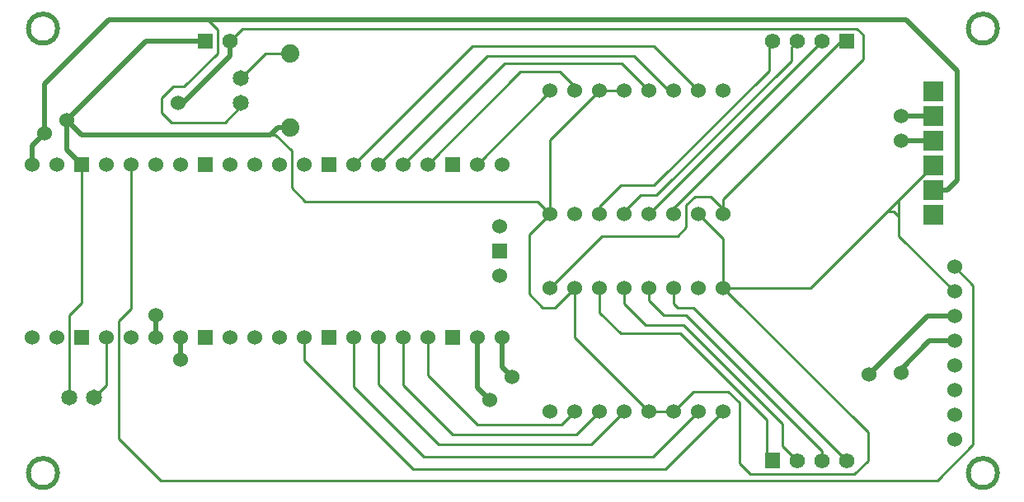
<source format=gbl>
G04 Layer: BottomLayer*
G04 EasyEDA v6.5.9, 2022-08-16 23:28:22*
G04 f5b14a09dd684442802db1c3ffc6393c,10*
G04 Gerber Generator version 0.2*
G04 Scale: 100 percent, Rotated: No, Reflected: No *
G04 Dimensions in millimeters *
G04 leading zeros omitted , absolute positions ,4 integer and 5 decimal *
%FSLAX45Y45*%
%MOMM*%

%ADD10C,0.2540*%
%ADD11C,0.5000*%
%ADD12C,1.6510*%
%ADD13C,1.8796*%
%ADD14C,1.5748*%
%ADD15R,1.5748X1.5748*%
%ADD16C,1.5240*%
%ADD17R,1.5240X1.5240*%
%ADD18R,0.0155X1.5240*%

%LPD*%
D10*
X5461000Y4191000D02*
G01*
X5461000Y4178300D01*
X4711700Y3429000D01*
X5715000Y4191000D02*
G01*
X5715000Y4229100D01*
X5562600Y4381500D01*
X5156200Y4381500D01*
X4203700Y3429000D01*
X6477000Y4191000D02*
G01*
X6197600Y4470400D01*
X4991100Y4470400D01*
X3949700Y3429000D01*
X6731000Y4191000D02*
G01*
X6680200Y4191000D01*
X6324600Y4546600D01*
X4813300Y4546600D01*
X3695700Y3429000D01*
X6985000Y4191000D02*
G01*
X6527800Y4648200D01*
X4660900Y4648200D01*
X3441700Y3429000D01*
X6223000Y4191000D02*
G01*
X5969000Y4191000D01*
X5969000Y4191000D02*
G01*
X5461000Y3683000D01*
X5461000Y2921000D01*
X6731000Y889000D02*
G01*
X6477000Y889000D01*
X5969000Y889000D02*
G01*
X5727700Y647700D01*
X4457700Y647700D01*
X3949700Y1155700D01*
X3949700Y1651000D01*
X6223000Y889000D02*
G01*
X5880100Y546100D01*
X4318000Y546100D01*
X3695700Y1168400D01*
X3695700Y1651000D01*
X6985000Y889000D02*
G01*
X6515100Y419100D01*
X4165600Y419100D01*
X3441700Y1143000D01*
X3441700Y1651000D01*
X7239000Y889000D02*
G01*
X6642100Y292100D01*
X4051300Y292100D01*
X2933700Y1409700D01*
X2933700Y1651000D01*
X5715000Y889000D02*
G01*
X5575300Y749300D01*
X4711700Y749300D01*
X4203700Y1257300D01*
X4203700Y1651000D01*
X8255000Y4699000D02*
G01*
X6477000Y2921000D01*
X8001000Y4699000D02*
G01*
X7937500Y4635500D01*
X7937500Y4495800D01*
X6553200Y3111500D01*
X6388100Y3111500D01*
X6223000Y2946400D01*
X6223000Y2921000D01*
X7747000Y4699000D02*
G01*
X7708900Y4660900D01*
X7708900Y4394200D01*
X6527800Y3213100D01*
X6184900Y3213100D01*
X5969000Y2997200D01*
X5969000Y2921000D01*
X8509000Y381000D02*
G01*
X6934200Y1955800D01*
X6769100Y1955800D01*
X6731000Y1993900D01*
X6731000Y2159000D01*
X6477000Y889000D02*
G01*
X5715000Y1651000D01*
X5715000Y2159000D01*
X6985000Y2921000D02*
G01*
X7239000Y2667000D01*
X7239000Y2159000D01*
X8255000Y381000D02*
G01*
X8255000Y482600D01*
X6858000Y1879600D01*
X6629400Y1879600D01*
X6477000Y2032000D01*
X6477000Y2159000D01*
X8001000Y381000D02*
G01*
X7848600Y533400D01*
X7848600Y762000D01*
X6832600Y1778000D01*
X6438900Y1778000D01*
X6223000Y1993900D01*
X6223000Y2159000D01*
X7747000Y381000D02*
G01*
X7683500Y444500D01*
X7683500Y800100D01*
X6794500Y1689100D01*
X6184900Y1689100D01*
X5969000Y1905000D01*
X5969000Y2159000D01*
X8470900Y4724400D02*
G01*
X6692900Y2946400D01*
X7239000Y2921000D02*
G01*
X7239000Y2971800D01*
X7112000Y3098800D01*
X6946900Y3098800D01*
X6858000Y3009900D01*
X6858000Y2781300D01*
X6769100Y2692400D01*
X5994400Y2692400D01*
X5461000Y2159000D01*
D11*
X4965700Y1651000D02*
G01*
X4965700Y1346200D01*
X5067300Y1244600D01*
D10*
X7239000Y2159000D02*
G01*
X8724900Y673100D01*
X8724900Y381000D01*
X8585200Y241300D01*
X7518400Y241300D01*
X7404100Y355600D01*
X7404100Y977900D01*
X7289800Y1092200D01*
X6934200Y1092200D01*
X6731000Y889000D01*
D11*
X495300Y3886200D02*
G01*
X495300Y3581400D01*
X647700Y3429000D01*
X139700Y3429000D02*
G01*
X139700Y3619500D01*
X266700Y3746500D01*
D10*
X9398000Y3420000D02*
G01*
X8136999Y2159000D01*
X7239000Y2159000D01*
D11*
X9067800Y3670300D02*
G01*
X9071500Y3674000D01*
X9398000Y3674000D01*
X1409700Y1879600D02*
G01*
X1409700Y1651000D01*
X8737600Y1270000D02*
G01*
X9334500Y1866900D01*
X9613900Y1866900D01*
D10*
X9613900Y2120900D02*
G01*
X9040390Y2694409D01*
X9040390Y3062386D01*
X8920340Y2942341D02*
G01*
X8993187Y2942341D01*
X9040385Y2895142D01*
D11*
X2171700Y4699000D02*
G01*
X2171700Y4546600D01*
X1689100Y4064000D01*
X1638300Y4064000D01*
D10*
X2794000Y4572000D02*
G01*
X2540000Y4572000D01*
X2286000Y4318000D01*
X774700Y1028700D02*
G01*
X901700Y1155700D01*
X901700Y1651000D01*
X520700Y1028700D02*
G01*
X520700Y1879600D01*
X647700Y2006600D01*
X647700Y3429000D01*
D11*
X9067800Y1282700D02*
G01*
X9068135Y1322425D01*
X9358609Y1612900D01*
X9613900Y1612900D01*
X4711700Y1651000D02*
G01*
X4711700Y1130300D01*
X4838700Y1003300D01*
X1663700Y1651000D02*
G01*
X1663700Y1422400D01*
D10*
X7239000Y2921000D02*
G01*
X7239000Y3073400D01*
X8674100Y4508500D01*
X8674100Y4762500D01*
X8610600Y4826000D01*
X2298700Y4826000D01*
X2171700Y4699000D01*
D11*
X1917700Y4699000D02*
G01*
X1308100Y4699000D01*
X495300Y3886200D01*
X495300Y3886200D02*
G01*
X647700Y3733800D01*
X2590800Y3733800D01*
X2667000Y3810000D01*
X2794000Y3810000D01*
D10*
X5715000Y2159000D02*
G01*
X5511800Y1955800D01*
X5384800Y1955800D01*
X5245100Y2095500D01*
X5245100Y2705100D01*
X5461000Y2921000D01*
X5461000Y2921000D02*
G01*
X5334000Y3048000D01*
X2946400Y3048000D01*
X2806700Y3187700D01*
X2806700Y3568700D01*
X2641600Y3733800D01*
X2590800Y3733800D01*
D11*
X9398000Y3928000D02*
G01*
X9394299Y3924300D01*
X9067800Y3924300D01*
X266700Y3746500D02*
G01*
X266700Y4254500D01*
X927100Y4914900D01*
X9118600Y4914900D01*
X9639300Y4394200D01*
X9639300Y3263900D01*
X9541509Y3166110D01*
X9398000Y3166110D01*
D10*
X1951990Y4914900D02*
G01*
X1951990Y4906010D01*
X2044700Y4813300D01*
X2044700Y4572000D01*
X1701800Y4229100D01*
X1587500Y4229100D01*
X1473200Y4114800D01*
X1473200Y3962400D01*
X1574800Y3860800D01*
X2120900Y3860800D01*
X2286000Y4025900D01*
X2286000Y4064000D01*
X1155700Y3429000D02*
G01*
X1155700Y1943100D01*
X1028700Y1816100D01*
X1028700Y609600D01*
X1460500Y177800D01*
X9436100Y177800D01*
X9804400Y546100D01*
X9804400Y2184400D01*
X9613900Y2374900D01*
D11*
G75*
G01
X10056012Y4826000D02*
G03X10056012Y4826000I-150012J0D01*
G75*
G01
X10056012Y254000D02*
G03X10056012Y254000I-150012J0D01*
G75*
G01
X404012Y254000D02*
G03X404012Y254000I-150012J0D01*
G75*
G01
X404012Y4826000D02*
G03X404012Y4826000I-150012J0D01*
D12*
G01*
X2286000Y4064000D03*
G01*
X2286000Y4318000D03*
G01*
X774700Y1028700D03*
G01*
X520700Y1028700D03*
D13*
G01*
X2794000Y3810000D03*
G01*
X2794000Y4572000D03*
G36*
X7668259Y459739D02*
G01*
X7825740Y459739D01*
X7825740Y302260D01*
X7668259Y302260D01*
G37*
D14*
G01*
X8001000Y381000D03*
G01*
X8255000Y381000D03*
G01*
X8509000Y381000D03*
D15*
G01*
X8509000Y4699000D03*
D14*
G01*
X8255000Y4699000D03*
G01*
X8001000Y4699000D03*
G01*
X7747000Y4699000D03*
D15*
G01*
X1917700Y4699000D03*
D14*
G01*
X2171700Y4699000D03*
D16*
G01*
X139700Y1651000D03*
G01*
X393700Y1651000D03*
D17*
G01*
X647700Y1651000D03*
G01*
X4457700Y1651000D03*
D16*
G01*
X4711700Y1651000D03*
G01*
X4965700Y1651000D03*
G01*
X4965700Y3429000D03*
G01*
X4711700Y3429000D03*
D17*
G01*
X4457700Y3429000D03*
D16*
G01*
X4203700Y3429000D03*
G01*
X3949700Y3429000D03*
G01*
X3695700Y3429000D03*
G01*
X3441700Y3429000D03*
D17*
G01*
X3187700Y3429000D03*
D16*
G01*
X2933700Y3429000D03*
G01*
X2679700Y3429000D03*
G01*
X2425700Y3429000D03*
G01*
X2171700Y3429000D03*
D17*
G01*
X1917700Y3429000D03*
D16*
G01*
X1663700Y3429000D03*
G01*
X1409700Y3429000D03*
G01*
X1155700Y3429000D03*
G01*
X901700Y3429000D03*
D17*
G01*
X647700Y3429000D03*
D16*
G01*
X393700Y3429000D03*
G01*
X139700Y3429000D03*
G01*
X4942713Y2286000D03*
D17*
G01*
X4942713Y2540000D03*
D16*
G01*
X4942713Y2794000D03*
G01*
X901700Y1651000D03*
G01*
X1155700Y1651000D03*
G01*
X1409700Y1651000D03*
G01*
X1663700Y1651000D03*
D17*
G01*
X1917700Y1651000D03*
D16*
G01*
X2171700Y1651000D03*
G01*
X2425700Y1651000D03*
G01*
X2679700Y1651000D03*
G01*
X2933700Y1651000D03*
D17*
G01*
X3187700Y1651000D03*
D16*
G01*
X3441700Y1651000D03*
G01*
X3695700Y1651000D03*
G01*
X3949700Y1651000D03*
G01*
X4203700Y1651000D03*
G01*
X5969000Y2159000D03*
G01*
X5715000Y2159000D03*
G01*
X5461000Y2159000D03*
G01*
X6223000Y2159000D03*
G01*
X6477000Y2159000D03*
G01*
X6731000Y2159000D03*
G01*
X6985000Y2159000D03*
G01*
X7239000Y2159000D03*
G01*
X7239000Y889000D03*
G01*
X6985000Y889000D03*
G01*
X6731000Y889000D03*
G01*
X6477000Y889000D03*
G01*
X6223000Y889000D03*
G01*
X5969000Y889000D03*
G01*
X5715000Y889000D03*
G01*
X5461000Y889000D03*
G01*
X6731000Y2921000D03*
G01*
X6985000Y2921000D03*
G01*
X7239000Y2921000D03*
G01*
X6477000Y2921000D03*
G01*
X6223000Y2921000D03*
G01*
X5969000Y2921000D03*
G01*
X5715000Y2921000D03*
G01*
X5461000Y2921000D03*
G01*
X5461000Y4191000D03*
G01*
X5715000Y4191000D03*
G01*
X5969000Y4191000D03*
G01*
X6223000Y4191000D03*
G01*
X6477000Y4191000D03*
G01*
X6731000Y4191000D03*
G01*
X6985000Y4191000D03*
G01*
X7239000Y4191000D03*
G36*
X9298000Y3012000D02*
G01*
X9497999Y3012000D01*
X9497999Y2812000D01*
X9298000Y2812000D01*
G37*
G36*
X9298000Y3266000D02*
G01*
X9497999Y3266000D01*
X9497999Y3066000D01*
X9298000Y3066000D01*
G37*
G36*
X9298000Y3520000D02*
G01*
X9497999Y3520000D01*
X9497999Y3320000D01*
X9298000Y3320000D01*
G37*
G36*
X9298000Y3774000D02*
G01*
X9497999Y3774000D01*
X9497999Y3574000D01*
X9298000Y3574000D01*
G37*
G36*
X9298000Y4028000D02*
G01*
X9497999Y4028000D01*
X9497999Y3828000D01*
X9298000Y3828000D01*
G37*
G36*
X9298000Y4282000D02*
G01*
X9497999Y4282000D01*
X9497999Y4082000D01*
X9298000Y4082000D01*
G37*
G01*
X9613900Y596900D03*
G01*
X9613900Y850900D03*
G01*
X9613900Y1104900D03*
G01*
X9613900Y1358900D03*
G01*
X9613900Y1612900D03*
G01*
X9613900Y1866900D03*
G01*
X9613900Y2120900D03*
G01*
X9613900Y2374900D03*
G01*
X4838700Y1003300D03*
G01*
X5067300Y1244600D03*
G01*
X8737600Y1270000D03*
G01*
X9067800Y1282700D03*
G01*
X1638300Y4064000D03*
G01*
X266700Y3746500D03*
G01*
X495300Y3886200D03*
G01*
X1663700Y1422400D03*
G01*
X9067800Y3670300D03*
G01*
X9067800Y3924300D03*
G01*
X1409700Y1879600D03*
M02*

</source>
